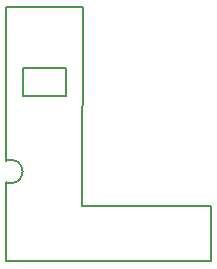
<source format=gm1>
G04 #@! TF.GenerationSoftware,KiCad,Pcbnew,(5.0.1)-4*
G04 #@! TF.CreationDate,2018-12-04T20:19:32-05:00*
G04 #@! TF.ProjectId,PowConnV1,506F77436F6E6E56312E6B696361645F,V1*
G04 #@! TF.SameCoordinates,Original*
G04 #@! TF.FileFunction,Profile,NP*
%FSLAX46Y46*%
G04 Gerber Fmt 4.6, Leading zero omitted, Abs format (unit mm)*
G04 Created by KiCad (PCBNEW (5.0.1)-4) date 12/4/2018 8:19:32 PM*
%MOMM*%
%LPD*%
G01*
G04 APERTURE LIST*
%ADD10C,0.150000*%
%ADD11C,0.200000*%
G04 APERTURE END LIST*
D10*
X115971320Y-83357720D02*
X115976400Y-80975200D01*
X112313720Y-83357720D02*
X115971320Y-83357720D01*
X112313720Y-80970120D02*
X112313720Y-83357720D01*
X115976400Y-80970120D02*
X112313720Y-80970120D01*
D11*
X110920275Y-75863255D02*
X117370275Y-75863255D01*
X110920275Y-97378154D02*
X128270000Y-97378154D01*
X110920276Y-88847186D02*
G75*
G02X110920275Y-90692824I385234J-922819D01*
G01*
X128270000Y-97378154D02*
X128270000Y-92710000D01*
X110920275Y-90692824D02*
X110920275Y-97378154D01*
X117358160Y-92715080D02*
X117370275Y-75863255D01*
X110920275Y-75863255D02*
X110920275Y-88847187D01*
X128270000Y-92710000D02*
X117358160Y-92715080D01*
M02*

</source>
